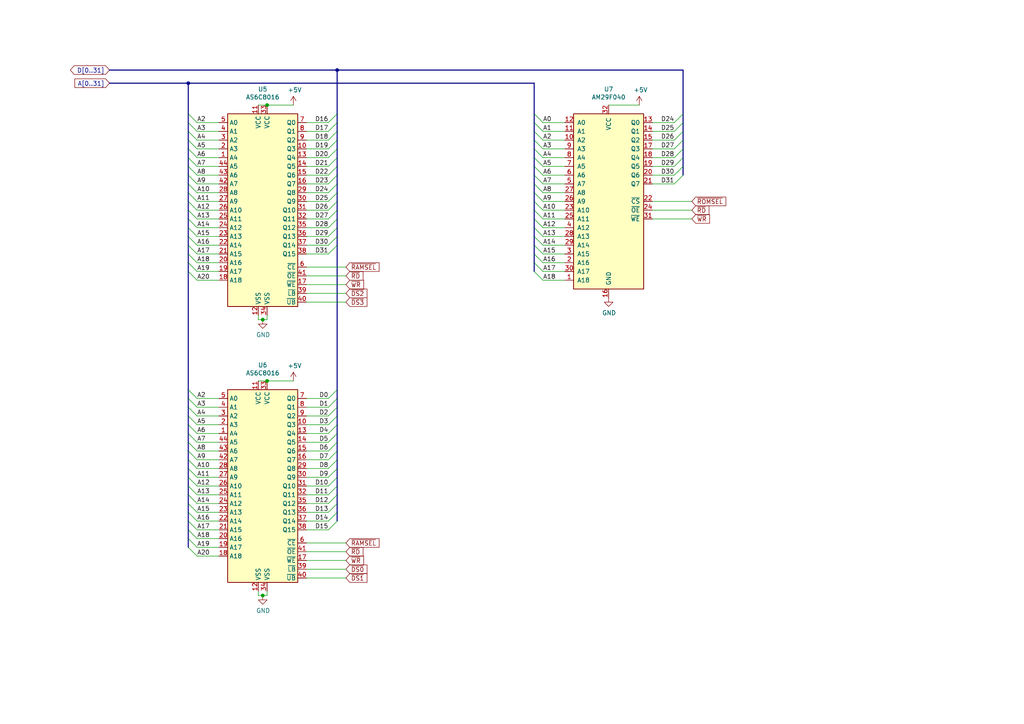
<source format=kicad_sch>
(kicad_sch (version 20231120) (generator "eeschema") (generator_version "8.0")
  (paper "A4")
  (title_block (title "k30-VME32") (rev "1"))
  (lib_symbols
    (symbol "Computie_Memory:AM29F040" (pin_names (offset 1.016))
      (property "Reference" "U" (at 0 0 0))
      (property "Value" "AM29F040" (at 0 2.54 0))
      (symbol "AM29F040_1_1"
        (rectangle (start -10.16 22.86) (end 10.16 -27.94) (stroke (width 0.254)) (fill (type background)))
        (pin input line (at -12.7 -25.4 0) (length 2.54) (name "A18") (number "1"))
        (pin input line (at -12.7 15.24 0) (length 2.54) (name "A2") (number "10"))
        (pin input line (at -12.7 17.78 0) (length 2.54) (name "A1") (number "11"))
        (pin input line (at -12.7 20.32 0) (length 2.54) (name "A0") (number "12"))
        (pin tri_state line (at 12.7 20.32 180) (length 2.54) (name "Q0") (number "13"))
        (pin tri_state line (at 12.7 17.78 180) (length 2.54) (name "Q1") (number "14"))
        (pin tri_state line (at 12.7 15.24 180) (length 2.54) (name "Q2") (number "15"))
        (pin power_in line (at 0 -30.48 90) (length 2.54) (name "GND") (number "16"))
        (pin tri_state line (at 12.7 12.7 180) (length 2.54) (name "Q3") (number "17"))
        (pin tri_state line (at 12.7 10.16 180) (length 2.54) (name "Q4") (number "18"))
        (pin tri_state line (at 12.7 7.62 180) (length 2.54) (name "Q5") (number "19"))
        (pin input line (at -12.7 -20.32 0) (length 2.54) (name "A16") (number "2"))
        (pin tri_state line (at 12.7 5.08 180) (length 2.54) (name "Q6") (number "20"))
        (pin tri_state line (at 12.7 2.54 180) (length 2.54) (name "Q7") (number "21"))
        (pin input line (at 12.7 -2.54 180) (length 2.54) (name "~{CS}") (number "22"))
        (pin input line (at -12.7 -5.08 0) (length 2.54) (name "A10") (number "23"))
        (pin input line (at 12.7 -5.08 180) (length 2.54) (name "~{OE}") (number "24"))
        (pin input line (at -12.7 -7.62 0) (length 2.54) (name "A11") (number "25"))
        (pin input line (at -12.7 -2.54 0) (length 2.54) (name "A9") (number "26"))
        (pin input line (at -12.7 0 0) (length 2.54) (name "A8") (number "27"))
        (pin input line (at -12.7 -12.7 0) (length 2.54) (name "A13") (number "28"))
        (pin input line (at -12.7 -15.24 0) (length 2.54) (name "A14") (number "29"))
        (pin input line (at -12.7 -17.78 0) (length 2.54) (name "A15") (number "3"))
        (pin input line (at -12.7 -22.86 0) (length 2.54) (name "A17") (number "30"))
        (pin input line (at 12.7 -7.62 180) (length 2.54) (name "~{WE}") (number "31"))
        (pin power_in line (at 0 25.4 270) (length 2.54) (name "VCC") (number "32"))
        (pin input line (at -12.7 -10.16 0) (length 2.54) (name "A12") (number "4"))
        (pin input line (at -12.7 2.54 0) (length 2.54) (name "A7") (number "5"))
        (pin input line (at -12.7 5.08 0) (length 2.54) (name "A6") (number "6"))
        (pin input line (at -12.7 7.62 0) (length 2.54) (name "A5") (number "7"))
        (pin input line (at -12.7 10.16 0) (length 2.54) (name "A4") (number "8"))
        (pin input line (at -12.7 12.7 0) (length 2.54) (name "A3") (number "9"))
      )
    )
    (symbol "Computie_Memory:AS6C8016"
      (property "Reference" "U" (at 0 -1.27 0))
      (property "Value" "AS6C8016" (at 0 1.27 0))
      (symbol "AS6C8016_0_0"
        (pin power_in line (at -1.27 27.94 270) (length 2.54) (name "VCC") (number "11"))
        (pin power_in line (at -1.27 -33.02 90) (length 2.54) (name "VSS") (number "12"))
        (pin power_in line (at 1.27 27.94 270) (length 2.54) (name "VCC") (number "33"))
        (pin power_in line (at 1.27 -33.02 90) (length 2.54) (name "VSS") (number "34"))
      )
      (symbol "AS6C8016_0_1"
        (rectangle (start -10.16 25.4) (end 10.16 -30.48) (stroke (width 0.254)) (fill (type background)))
      )
      (symbol "AS6C8016_1_1"
        (pin input line (at -12.7 12.7 0) (length 2.54) (name "A4") (number "1"))
        (pin tri_state line (at 12.7 15.24 180) (length 2.54) (name "Q3") (number "10"))
        (pin tri_state line (at 12.7 12.7 180) (length 2.54) (name "Q4") (number "13"))
        (pin tri_state line (at 12.7 10.16 180) (length 2.54) (name "Q5") (number "14"))
        (pin tri_state line (at 12.7 7.62 180) (length 2.54) (name "Q6") (number "15"))
        (pin tri_state line (at 12.7 5.08 180) (length 2.54) (name "Q7") (number "16"))
        (pin input line (at 12.7 -24.13 180) (length 2.54) (name "~{WE}") (number "17"))
        (pin input line (at -12.7 -22.86 0) (length 2.54) (name "A18") (number "18"))
        (pin input line (at -12.7 -20.32 0) (length 2.54) (name "A17") (number "19"))
        (pin input line (at -12.7 15.24 0) (length 2.54) (name "A3") (number "2"))
        (pin input line (at -12.7 -17.78 0) (length 2.54) (name "A16") (number "20"))
        (pin input line (at -12.7 -15.24 0) (length 2.54) (name "A15") (number "21"))
        (pin input line (at -12.7 -12.7 0) (length 2.54) (name "A14") (number "22"))
        (pin input line (at -12.7 -10.16 0) (length 2.54) (name "A13") (number "23"))
        (pin input line (at -12.7 -7.62 0) (length 2.54) (name "A12") (number "24"))
        (pin input line (at -12.7 -5.08 0) (length 2.54) (name "A11") (number "25"))
        (pin input line (at -12.7 -2.54 0) (length 2.54) (name "A10") (number "26"))
        (pin input line (at -12.7 0 0) (length 2.54) (name "A9") (number "27"))
        (pin input line (at -12.7 2.54 0) (length 2.54) (name "A8") (number "28"))
        (pin tri_state line (at 12.7 2.54 180) (length 2.54) (name "Q8") (number "29"))
        (pin input line (at -12.7 17.78 0) (length 2.54) (name "A2") (number "3"))
        (pin tri_state line (at 12.7 0 180) (length 2.54) (name "Q9") (number "30"))
        (pin tri_state line (at 12.7 -2.54 180) (length 2.54) (name "Q10") (number "31"))
        (pin tri_state line (at 12.7 -5.08 180) (length 2.54) (name "Q11") (number "32"))
        (pin tri_state line (at 12.7 -7.62 180) (length 2.54) (name "Q12") (number "35"))
        (pin tri_state line (at 12.7 -10.16 180) (length 2.54) (name "Q13") (number "36"))
        (pin tri_state line (at 12.7 -12.7 180) (length 2.54) (name "Q14") (number "37"))
        (pin tri_state line (at 12.7 -15.24 180) (length 2.54) (name "Q15") (number "38"))
        (pin input line (at 12.7 -26.67 180) (length 2.54) (name "~{LB}") (number "39"))
        (pin input line (at -12.7 20.32 0) (length 2.54) (name "A1") (number "4"))
        (pin input line (at 12.7 -29.21 180) (length 2.54) (name "~{UB}") (number "40"))
        (pin input line (at 12.7 -21.59 180) (length 2.54) (name "~{OE}") (number "41"))
        (pin input line (at -12.7 5.08 0) (length 2.54) (name "A7") (number "42"))
        (pin input line (at -12.7 7.62 0) (length 2.54) (name "A6") (number "43"))
        (pin input line (at -12.7 10.16 0) (length 2.54) (name "A5") (number "44"))
        (pin input line (at -12.7 22.86 0) (length 2.54) (name "A0") (number "5"))
        (pin input line (at 12.7 -19.05 180) (length 2.54) (name "~{CE}") (number "6"))
        (pin tri_state line (at 12.7 22.86 180) (length 2.54) (name "Q0") (number "7"))
        (pin tri_state line (at 12.7 20.32 180) (length 2.54) (name "Q1") (number "8"))
        (pin tri_state line (at 12.7 17.78 180) (length 2.54) (name "Q2") (number "9"))
      )
    )
    (symbol "power:+5V" (power) (pin_names (offset 0))
      (property "Value" "+5V" (at 0 3.556 0))
      (symbol "+5V_0_1"
        (polyline (pts (xy -0.762 1.27) (xy 0 2.54)))
        (polyline (pts (xy 0 0) (xy 0 2.54)))
        (polyline (pts (xy 0 2.54) (xy 0.762 1.27)))
      )
      (symbol "+5V_1_1"
        (pin power_in line (at 0 0 90) (length 0) hide (name "+5V") (number "1"))
      )
    )
    (symbol "power:GND" (power) (pin_names (offset 0))
      (property "Value" "GND" (at 0 -3.81 0))
      (symbol "GND_0_1"
        (polyline (pts (xy 0 0) (xy 0 -1.27) (xy 1.27 -1.27) (xy 0 -2.54) (xy -1.27 -1.27) (xy 0 -1.27)))
      )
      (symbol "GND_1_1"
        (pin power_in line (at 0 0 270) (length 0) hide (name "GND") (number "1"))
      )
    )
  )
  (junction (at 77.47 110.49))
  (junction (at 54.61 24.13))
  (junction (at 97.79 20.32))
  (junction (at 76.2 92.71))
  (junction (at 76.2 172.72))
  (junction (at 77.47 30.48))
  (bus_entry (at 54.61 43.18) (size 2.54 2.54))
  (bus_entry (at 195.58 40.64) (size 2.54 -2.54))
  (bus_entry (at 154.94 60.96) (size 2.54 2.54))
  (bus_entry (at 95.25 48.26) (size 2.54 -2.54))
  (bus_entry (at 154.94 33.02) (size 2.54 2.54))
  (bus_entry (at 54.61 148.59) (size 2.54 2.54))
  (bus_entry (at 95.25 38.1) (size 2.54 -2.54))
  (bus_entry (at 95.25 71.12) (size 2.54 -2.54))
  (bus_entry (at 54.61 156.21) (size 2.54 2.54))
  (bus_entry (at 154.94 55.88) (size 2.54 2.54))
  (bus_entry (at 95.25 120.65) (size 2.54 -2.54))
  (bus_entry (at 54.61 55.88) (size 2.54 2.54))
  (bus_entry (at 95.25 115.57) (size 2.54 -2.54))
  (bus_entry (at 154.94 45.72) (size 2.54 2.54))
  (bus_entry (at 195.58 45.72) (size 2.54 -2.54))
  (bus_entry (at 95.25 66.04) (size 2.54 -2.54))
  (bus_entry (at 95.25 143.51) (size 2.54 -2.54))
  (bus_entry (at 54.61 158.75) (size 2.54 2.54))
  (bus_entry (at 54.61 120.65) (size 2.54 2.54))
  (bus_entry (at 154.94 38.1) (size 2.54 2.54))
  (bus_entry (at 54.61 128.27) (size 2.54 2.54))
  (bus_entry (at 54.61 45.72) (size 2.54 2.54))
  (bus_entry (at 54.61 140.97) (size 2.54 2.54))
  (bus_entry (at 54.61 40.64) (size 2.54 2.54))
  (bus_entry (at 95.25 63.5) (size 2.54 -2.54))
  (bus_entry (at 154.94 66.04) (size 2.54 2.54))
  (bus_entry (at 154.94 53.34) (size 2.54 2.54))
  (bus_entry (at 54.61 76.2) (size 2.54 2.54))
  (bus_entry (at 54.61 63.5) (size 2.54 2.54))
  (bus_entry (at 95.25 73.66) (size 2.54 -2.54))
  (bus_entry (at 54.61 53.34) (size 2.54 2.54))
  (bus_entry (at 95.25 123.19) (size 2.54 -2.54))
  (bus_entry (at 195.58 48.26) (size 2.54 -2.54))
  (bus_entry (at 95.25 58.42) (size 2.54 -2.54))
  (bus_entry (at 95.25 146.05) (size 2.54 -2.54))
  (bus_entry (at 54.61 153.67) (size 2.54 2.54))
  (bus_entry (at 154.94 76.2) (size 2.54 2.54))
  (bus_entry (at 95.25 125.73) (size 2.54 -2.54))
  (bus_entry (at 95.25 133.35) (size 2.54 -2.54))
  (bus_entry (at 54.61 118.11) (size 2.54 2.54))
  (bus_entry (at 154.94 71.12) (size 2.54 2.54))
  (bus_entry (at 54.61 151.13) (size 2.54 2.54))
  (bus_entry (at 54.61 73.66) (size 2.54 2.54))
  (bus_entry (at 54.61 60.96) (size 2.54 2.54))
  (bus_entry (at 95.25 45.72) (size 2.54 -2.54))
  (bus_entry (at 54.61 113.03) (size 2.54 2.54))
  (bus_entry (at 95.25 40.64) (size 2.54 -2.54))
  (bus_entry (at 154.94 68.58) (size 2.54 2.54))
  (bus_entry (at 54.61 38.1) (size 2.54 2.54))
  (bus_entry (at 95.25 130.81) (size 2.54 -2.54))
  (bus_entry (at 95.25 35.56) (size 2.54 -2.54))
  (bus_entry (at 154.94 58.42) (size 2.54 2.54))
  (bus_entry (at 54.61 35.56) (size 2.54 2.54))
  (bus_entry (at 54.61 78.74) (size 2.54 2.54))
  (bus_entry (at 54.61 33.02) (size 2.54 2.54))
  (bus_entry (at 54.61 123.19) (size 2.54 2.54))
  (bus_entry (at 154.94 73.66) (size 2.54 2.54))
  (bus_entry (at 95.25 140.97) (size 2.54 -2.54))
  (bus_entry (at 54.61 135.89) (size 2.54 2.54))
  (bus_entry (at 154.94 40.64) (size 2.54 2.54))
  (bus_entry (at 154.94 50.8) (size 2.54 2.54))
  (bus_entry (at 54.61 66.04) (size 2.54 2.54))
  (bus_entry (at 154.94 63.5) (size 2.54 2.54))
  (bus_entry (at 95.25 151.13) (size 2.54 -2.54))
  (bus_entry (at 54.61 146.05) (size 2.54 2.54))
  (bus_entry (at 54.61 133.35) (size 2.54 2.54))
  (bus_entry (at 54.61 58.42) (size 2.54 2.54))
  (bus_entry (at 54.61 143.51) (size 2.54 2.54))
  (bus_entry (at 54.61 115.57) (size 2.54 2.54))
  (bus_entry (at 195.58 35.56) (size 2.54 -2.54))
  (bus_entry (at 95.25 60.96) (size 2.54 -2.54))
  (bus_entry (at 54.61 130.81) (size 2.54 2.54))
  (bus_entry (at 95.25 53.34) (size 2.54 -2.54))
  (bus_entry (at 95.25 153.67) (size 2.54 -2.54))
  (bus_entry (at 95.25 43.18) (size 2.54 -2.54))
  (bus_entry (at 195.58 38.1) (size 2.54 -2.54))
  (bus_entry (at 195.58 53.34) (size 2.54 -2.54))
  (bus_entry (at 95.25 118.11) (size 2.54 -2.54))
  (bus_entry (at 95.25 68.58) (size 2.54 -2.54))
  (bus_entry (at 95.25 55.88) (size 2.54 -2.54))
  (bus_entry (at 154.94 78.74) (size 2.54 2.54))
  (bus_entry (at 54.61 125.73) (size 2.54 2.54))
  (bus_entry (at 95.25 128.27) (size 2.54 -2.54))
  (bus_entry (at 195.58 43.18) (size 2.54 -2.54))
  (bus_entry (at 154.94 48.26) (size 2.54 2.54))
  (bus_entry (at 54.61 68.58) (size 2.54 2.54))
  (bus_entry (at 154.94 43.18) (size 2.54 2.54))
  (bus_entry (at 95.25 50.8) (size 2.54 -2.54))
  (bus_entry (at 54.61 50.8) (size 2.54 2.54))
  (bus_entry (at 95.25 138.43) (size 2.54 -2.54))
  (bus_entry (at 195.58 50.8) (size 2.54 -2.54))
  (bus_entry (at 95.25 148.59) (size 2.54 -2.54))
  (bus_entry (at 95.25 135.89) (size 2.54 -2.54))
  (bus_entry (at 54.61 71.12) (size 2.54 2.54))
  (bus_entry (at 154.94 35.56) (size 2.54 2.54))
  (bus_entry (at 54.61 48.26) (size 2.54 2.54))
  (bus_entry (at 54.61 138.43) (size 2.54 2.54))
  (bus (pts (xy 54.61 115.57) (xy 54.61 118.11)))
  (wire (pts (xy 88.9 135.89) (xy 95.25 135.89)))
  (bus (pts (xy 97.79 20.32) (xy 97.79 33.02)))
  (wire (pts (xy 88.9 157.48) (xy 100.33 157.48)))
  (wire (pts (xy 57.15 158.75) (xy 63.5 158.75)))
  (wire (pts (xy 57.15 148.59) (xy 63.5 148.59)))
  (bus (pts (xy 97.79 66.04) (xy 97.79 68.58)))
  (bus (pts (xy 97.79 146.05) (xy 97.79 148.59)))
  (wire (pts (xy 88.9 160.02) (xy 100.33 160.02)))
  (wire (pts (xy 157.48 78.74) (xy 163.83 78.74)))
  (bus (pts (xy 154.94 58.42) (xy 154.94 60.96)))
  (bus (pts (xy 54.61 120.65) (xy 54.61 123.19)))
  (wire (pts (xy 57.15 135.89) (xy 63.5 135.89)))
  (wire (pts (xy 88.9 118.11) (xy 95.25 118.11)))
  (bus (pts (xy 54.61 58.42) (xy 54.61 60.96)))
  (bus (pts (xy 154.94 73.66) (xy 154.94 76.2)))
  (bus (pts (xy 198.12 33.02) (xy 198.12 35.56)))
  (wire (pts (xy 157.48 76.2) (xy 163.83 76.2)))
  (wire (pts (xy 57.15 38.1) (xy 63.5 38.1)))
  (bus (pts (xy 97.79 118.11) (xy 97.79 120.65)))
  (wire (pts (xy 88.9 68.58) (xy 95.25 68.58)))
  (wire (pts (xy 88.9 125.73) (xy 95.25 125.73)))
  (wire (pts (xy 57.15 161.29) (xy 63.5 161.29)))
  (bus (pts (xy 97.79 48.26) (xy 97.79 50.8)))
  (wire (pts (xy 88.9 73.66) (xy 95.25 73.66)))
  (wire (pts (xy 57.15 140.97) (xy 63.5 140.97)))
  (bus (pts (xy 154.94 35.56) (xy 154.94 38.1)))
  (wire (pts (xy 88.9 80.01) (xy 100.33 80.01)))
  (bus (pts (xy 54.61 140.97) (xy 54.61 143.51)))
  (wire (pts (xy 157.48 73.66) (xy 163.83 73.66)))
  (bus (pts (xy 154.94 24.13) (xy 154.94 33.02)))
  (wire (pts (xy 57.15 45.72) (xy 63.5 45.72)))
  (wire (pts (xy 157.48 81.28) (xy 163.83 81.28)))
  (bus (pts (xy 97.79 125.73) (xy 97.79 128.27)))
  (bus (pts (xy 54.61 33.02) (xy 54.61 35.56)))
  (bus (pts (xy 198.12 48.26) (xy 198.12 50.8)))
  (wire (pts (xy 88.9 162.56) (xy 100.33 162.56)))
  (bus (pts (xy 54.61 24.13) (xy 54.61 33.02)))
  (wire (pts (xy 88.9 146.05) (xy 95.25 146.05)))
  (wire (pts (xy 176.53 30.48) (xy 185.42 30.48)))
  (wire (pts (xy 157.48 60.96) (xy 163.83 60.96)))
  (wire (pts (xy 88.9 40.64) (xy 95.25 40.64)))
  (bus (pts (xy 54.61 60.96) (xy 54.61 63.5)))
  (bus (pts (xy 97.79 35.56) (xy 97.79 38.1)))
  (bus (pts (xy 54.61 148.59) (xy 54.61 151.13)))
  (bus (pts (xy 97.79 33.02) (xy 97.79 35.56)))
  (bus (pts (xy 97.79 40.64) (xy 97.79 43.18)))
  (wire (pts (xy 57.15 123.19) (xy 63.5 123.19)))
  (bus (pts (xy 54.61 113.03) (xy 54.61 115.57)))
  (bus (pts (xy 198.12 38.1) (xy 198.12 40.64)))
  (bus (pts (xy 54.61 43.18) (xy 54.61 45.72)))
  (wire (pts (xy 74.93 30.48) (xy 77.47 30.48)))
  (bus (pts (xy 97.79 113.03) (xy 97.79 115.57)))
  (bus (pts (xy 54.61 63.5) (xy 54.61 66.04)))
  (wire (pts (xy 74.93 92.71) (xy 76.2 92.71)))
  (bus (pts (xy 154.94 76.2) (xy 154.94 78.74)))
  (wire (pts (xy 88.9 165.1) (xy 100.33 165.1)))
  (bus (pts (xy 54.61 50.8) (xy 54.61 53.34)))
  (wire (pts (xy 157.48 66.04) (xy 163.83 66.04)))
  (wire (pts (xy 88.9 128.27) (xy 95.25 128.27)))
  (wire (pts (xy 189.23 60.96) (xy 200.66 60.96)))
  (bus (pts (xy 154.94 50.8) (xy 154.94 53.34)))
  (wire (pts (xy 157.48 53.34) (xy 163.83 53.34)))
  (bus (pts (xy 54.61 45.72) (xy 54.61 48.26)))
  (wire (pts (xy 57.15 156.21) (xy 63.5 156.21)))
  (bus (pts (xy 97.79 63.5) (xy 97.79 66.04)))
  (wire (pts (xy 76.2 92.71) (xy 77.47 92.71)))
  (bus (pts (xy 54.61 66.04) (xy 54.61 68.58)))
  (bus (pts (xy 154.94 66.04) (xy 154.94 68.58)))
  (wire (pts (xy 57.15 120.65) (xy 63.5 120.65)))
  (wire (pts (xy 88.9 151.13) (xy 95.25 151.13)))
  (wire (pts (xy 77.47 92.71) (xy 77.47 91.44)))
  (bus (pts (xy 154.94 38.1) (xy 154.94 40.64)))
  (wire (pts (xy 88.9 167.64) (xy 100.33 167.64)))
  (bus (pts (xy 54.61 24.13) (xy 31.75 24.13)))
  (bus (pts (xy 54.61 128.27) (xy 54.61 130.81)))
  (wire (pts (xy 189.23 48.26) (xy 195.58 48.26)))
  (bus (pts (xy 54.61 38.1) (xy 54.61 40.64)))
  (wire (pts (xy 88.9 85.09) (xy 100.33 85.09)))
  (bus (pts (xy 97.79 55.88) (xy 97.79 58.42)))
  (wire (pts (xy 88.9 66.04) (xy 95.25 66.04)))
  (bus (pts (xy 97.79 71.12) (xy 97.79 113.03)))
  (bus (pts (xy 54.61 151.13) (xy 54.61 153.67)))
  (wire (pts (xy 88.9 71.12) (xy 95.25 71.12)))
  (bus (pts (xy 54.61 133.35) (xy 54.61 135.89)))
  (wire (pts (xy 88.9 82.55) (xy 100.33 82.55)))
  (bus (pts (xy 54.61 125.73) (xy 54.61 128.27)))
  (wire (pts (xy 57.15 81.28) (xy 63.5 81.28)))
  (wire (pts (xy 189.23 50.8) (xy 195.58 50.8)))
  (wire (pts (xy 157.48 35.56) (xy 163.83 35.56)))
  (wire (pts (xy 88.9 43.18) (xy 95.25 43.18)))
  (wire (pts (xy 57.15 66.04) (xy 63.5 66.04)))
  (wire (pts (xy 88.9 53.34) (xy 95.25 53.34)))
  (bus (pts (xy 97.79 140.97) (xy 97.79 143.51)))
  (bus (pts (xy 97.79 38.1) (xy 97.79 40.64)))
  (wire (pts (xy 57.15 151.13) (xy 63.5 151.13)))
  (bus (pts (xy 154.94 33.02) (xy 154.94 35.56)))
  (wire (pts (xy 57.15 78.74) (xy 63.5 78.74)))
  (bus (pts (xy 154.94 53.34) (xy 154.94 55.88)))
  (bus (pts (xy 54.61 35.56) (xy 54.61 38.1)))
  (wire (pts (xy 88.9 115.57) (xy 95.25 115.57)))
  (wire (pts (xy 74.93 171.45) (xy 74.93 172.72)))
  (wire (pts (xy 57.15 143.51) (xy 63.5 143.51)))
  (bus (pts (xy 97.79 143.51) (xy 97.79 146.05)))
  (wire (pts (xy 57.15 55.88) (xy 63.5 55.88)))
  (wire (pts (xy 88.9 63.5) (xy 95.25 63.5)))
  (bus (pts (xy 97.79 148.59) (xy 97.79 151.13)))
  (wire (pts (xy 88.9 48.26) (xy 95.25 48.26)))
  (wire (pts (xy 157.48 43.18) (xy 163.83 43.18)))
  (bus (pts (xy 97.79 50.8) (xy 97.79 53.34)))
  (bus (pts (xy 97.79 53.34) (xy 97.79 55.88)))
  (bus (pts (xy 54.61 40.64) (xy 54.61 43.18)))
  (wire (pts (xy 77.47 110.49) (xy 85.09 110.49)))
  (bus (pts (xy 198.12 40.64) (xy 198.12 43.18)))
  (wire (pts (xy 157.48 50.8) (xy 163.83 50.8)))
  (wire (pts (xy 88.9 138.43) (xy 95.25 138.43)))
  (wire (pts (xy 74.93 110.49) (xy 77.47 110.49)))
  (wire (pts (xy 57.15 60.96) (xy 63.5 60.96)))
  (wire (pts (xy 77.47 30.48) (xy 85.09 30.48)))
  (bus (pts (xy 54.61 153.67) (xy 54.61 156.21)))
  (bus (pts (xy 154.94 24.13) (xy 54.61 24.13)))
  (wire (pts (xy 88.9 58.42) (xy 95.25 58.42)))
  (bus (pts (xy 97.79 120.65) (xy 97.79 123.19)))
  (bus (pts (xy 54.61 123.19) (xy 54.61 125.73)))
  (bus (pts (xy 54.61 138.43) (xy 54.61 140.97)))
  (bus (pts (xy 97.79 133.35) (xy 97.79 135.89)))
  (wire (pts (xy 88.9 50.8) (xy 95.25 50.8)))
  (bus (pts (xy 154.94 40.64) (xy 154.94 43.18)))
  (bus (pts (xy 54.61 118.11) (xy 54.61 120.65)))
  (wire (pts (xy 157.48 55.88) (xy 163.83 55.88)))
  (bus (pts (xy 154.94 55.88) (xy 154.94 58.42)))
  (wire (pts (xy 88.9 60.96) (xy 95.25 60.96)))
  (wire (pts (xy 57.15 63.5) (xy 63.5 63.5)))
  (wire (pts (xy 57.15 138.43) (xy 63.5 138.43)))
  (bus (pts (xy 97.79 123.19) (xy 97.79 125.73)))
  (wire (pts (xy 57.15 43.18) (xy 63.5 43.18)))
  (wire (pts (xy 157.48 48.26) (xy 163.83 48.26)))
  (bus (pts (xy 54.61 71.12) (xy 54.61 73.66)))
  (wire (pts (xy 88.9 143.51) (xy 95.25 143.51)))
  (wire (pts (xy 189.23 35.56) (xy 195.58 35.56)))
  (wire (pts (xy 57.15 71.12) (xy 63.5 71.12)))
  (wire (pts (xy 57.15 35.56) (xy 63.5 35.56)))
  (bus (pts (xy 97.79 58.42) (xy 97.79 60.96)))
  (bus (pts (xy 54.61 130.81) (xy 54.61 133.35)))
  (wire (pts (xy 157.48 38.1) (xy 163.83 38.1)))
  (wire (pts (xy 88.9 38.1) (xy 95.25 38.1)))
  (wire (pts (xy 57.15 125.73) (xy 63.5 125.73)))
  (bus (pts (xy 198.12 45.72) (xy 198.12 48.26)))
  (bus (pts (xy 198.12 43.18) (xy 198.12 45.72)))
  (bus (pts (xy 54.61 146.05) (xy 54.61 148.59)))
  (bus (pts (xy 54.61 76.2) (xy 54.61 78.74)))
  (wire (pts (xy 57.15 76.2) (xy 63.5 76.2)))
  (wire (pts (xy 76.2 172.72) (xy 77.47 172.72)))
  (wire (pts (xy 57.15 128.27) (xy 63.5 128.27)))
  (wire (pts (xy 57.15 58.42) (xy 63.5 58.42)))
  (bus (pts (xy 54.61 143.51) (xy 54.61 146.05)))
  (wire (pts (xy 57.15 146.05) (xy 63.5 146.05)))
  (bus (pts (xy 54.61 53.34) (xy 54.61 55.88)))
  (bus (pts (xy 154.94 43.18) (xy 154.94 45.72)))
  (wire (pts (xy 189.23 45.72) (xy 195.58 45.72)))
  (bus (pts (xy 97.79 128.27) (xy 97.79 130.81)))
  (bus (pts (xy 97.79 43.18) (xy 97.79 45.72)))
  (bus (pts (xy 97.79 115.57) (xy 97.79 118.11)))
  (wire (pts (xy 77.47 172.72) (xy 77.47 171.45)))
  (wire (pts (xy 189.23 43.18) (xy 195.58 43.18)))
  (wire (pts (xy 57.15 133.35) (xy 63.5 133.35)))
  (wire (pts (xy 57.15 115.57) (xy 63.5 115.57)))
  (wire (pts (xy 88.9 153.67) (xy 95.25 153.67)))
  (wire (pts (xy 189.23 53.34) (xy 195.58 53.34)))
  (wire (pts (xy 88.9 123.19) (xy 95.25 123.19)))
  (bus (pts (xy 154.94 71.12) (xy 154.94 73.66)))
  (bus (pts (xy 198.12 35.56) (xy 198.12 38.1)))
  (bus (pts (xy 97.79 138.43) (xy 97.79 140.97)))
  (bus (pts (xy 54.61 156.21) (xy 54.61 158.75)))
  (wire (pts (xy 157.48 45.72) (xy 163.83 45.72)))
  (bus (pts (xy 97.79 60.96) (xy 97.79 63.5)))
  (wire (pts (xy 74.93 172.72) (xy 76.2 172.72)))
  (wire (pts (xy 57.15 68.58) (xy 63.5 68.58)))
  (wire (pts (xy 88.9 45.72) (xy 95.25 45.72)))
  (wire (pts (xy 189.23 38.1) (xy 195.58 38.1)))
  (wire (pts (xy 88.9 130.81) (xy 95.25 130.81)))
  (bus (pts (xy 54.61 68.58) (xy 54.61 71.12)))
  (wire (pts (xy 88.9 55.88) (xy 95.25 55.88)))
  (wire (pts (xy 157.48 58.42) (xy 163.83 58.42)))
  (wire (pts (xy 157.48 68.58) (xy 163.83 68.58)))
  (wire (pts (xy 57.15 130.81) (xy 63.5 130.81)))
  (wire (pts (xy 74.93 91.44) (xy 74.93 92.71)))
  (bus (pts (xy 97.79 135.89) (xy 97.79 138.43)))
  (bus (pts (xy 154.94 63.5) (xy 154.94 66.04)))
  (wire (pts (xy 88.9 140.97) (xy 95.25 140.97)))
  (bus (pts (xy 97.79 68.58) (xy 97.79 71.12)))
  (wire (pts (xy 57.15 40.64) (xy 63.5 40.64)))
  (wire (pts (xy 57.15 118.11) (xy 63.5 118.11)))
  (wire (pts (xy 57.15 73.66) (xy 63.5 73.66)))
  (wire (pts (xy 157.48 71.12) (xy 163.83 71.12)))
  (bus (pts (xy 154.94 45.72) (xy 154.94 48.26)))
  (bus (pts (xy 54.61 55.88) (xy 54.61 58.42)))
  (bus (pts (xy 97.79 130.81) (xy 97.79 133.35)))
  (wire (pts (xy 189.23 40.64) (xy 195.58 40.64)))
  (wire (pts (xy 88.9 35.56) (xy 95.25 35.56)))
  (wire (pts (xy 157.48 63.5) (xy 163.83 63.5)))
  (bus (pts (xy 97.79 20.32) (xy 31.75 20.32)))
  (wire (pts (xy 57.15 153.67) (xy 63.5 153.67)))
  (wire (pts (xy 157.48 40.64) (xy 163.83 40.64)))
  (wire (pts (xy 88.9 87.63) (xy 100.33 87.63)))
  (bus (pts (xy 97.79 45.72) (xy 97.79 48.26)))
  (wire (pts (xy 88.9 77.47) (xy 100.33 77.47)))
  (wire (pts (xy 88.9 120.65) (xy 95.25 120.65)))
  (wire (pts (xy 88.9 148.59) (xy 95.25 148.59)))
  (bus (pts (xy 154.94 60.96) (xy 154.94 63.5)))
  (bus (pts (xy 154.94 68.58) (xy 154.94 71.12)))
  (bus (pts (xy 54.61 78.74) (xy 54.61 113.03)))
  (wire (pts (xy 57.15 48.26) (xy 63.5 48.26)))
  (bus (pts (xy 198.12 20.32) (xy 97.79 20.32)))
  (wire (pts (xy 57.15 53.34) (xy 63.5 53.34)))
  (bus (pts (xy 54.61 48.26) (xy 54.61 50.8)))
  (bus (pts (xy 54.61 135.89) (xy 54.61 138.43)))
  (bus (pts (xy 198.12 20.32) (xy 198.12 33.02)))
  (bus (pts (xy 154.94 48.26) (xy 154.94 50.8)))
  (bus (pts (xy 54.61 73.66) (xy 54.61 76.2)))
  (wire (pts (xy 57.15 50.8) (xy 63.5 50.8)))
  (wire (pts (xy 88.9 133.35) (xy 95.25 133.35)))
  (wire (pts (xy 189.23 63.5) (xy 200.66 63.5)))
  (wire (pts (xy 189.23 58.42) (xy 200.66 58.42)))
  (label "D10" (at 95.25 140.97 180))
  (label "A5" (at 157.48 48.26 0))
  (label "A5" (at 57.15 123.19 0))
  (label "A8" (at 57.15 50.8 0))
  (label "A18" (at 57.15 76.2 0))
  (label "A10" (at 57.15 55.88 0))
  (label "A17" (at 157.48 78.74 0))
  (label "D24" (at 95.25 55.88 180))
  (label "D5" (at 95.25 128.27 180))
  (label "A20" (at 57.15 161.29 0))
  (label "D4" (at 95.25 125.73 180))
  (label "A7" (at 157.48 53.34 0))
  (label "A3" (at 57.15 38.1 0))
  (label "D6" (at 95.25 130.81 180))
  (label "D13" (at 95.25 148.59 180))
  (label "D25" (at 195.58 38.1 180))
  (label "A14" (at 57.15 66.04 0))
  (label "A3" (at 57.15 118.11 0))
  (label "D7" (at 95.25 133.35 180))
  (label "D9" (at 95.25 138.43 180))
  (label "D22" (at 95.25 50.8 180))
  (label "A11" (at 57.15 58.42 0))
  (label "D24" (at 195.58 35.56 180))
  (label "A1" (at 157.48 38.1 0))
  (label "D15" (at 95.25 153.67 180))
  (label "A15" (at 57.15 148.59 0))
  (label "A2" (at 57.15 35.56 0))
  (label "D17" (at 95.25 38.1 180))
  (label "A16" (at 157.48 76.2 0))
  (label "A15" (at 157.48 73.66 0))
  (label "D31" (at 95.25 73.66 180))
  (label "A15" (at 57.15 68.58 0))
  (label "D3" (at 95.25 123.19 180))
  (label "A2" (at 157.48 40.64 0))
  (label "A11" (at 157.48 63.5 0))
  (label "A11" (at 57.15 138.43 0))
  (label "A14" (at 57.15 146.05 0))
  (label "A12" (at 57.15 140.97 0))
  (label "A17" (at 57.15 73.66 0))
  (label "D29" (at 95.25 68.58 180))
  (label "A0" (at 157.48 35.56 0))
  (label "D27" (at 195.58 43.18 180))
  (label "A10" (at 57.15 135.89 0))
  (label "D28" (at 195.58 45.72 180))
  (label "A14" (at 157.48 71.12 0))
  (label "D0" (at 95.25 115.57 180))
  (label "D21" (at 95.25 48.26 180))
  (label "A7" (at 57.15 48.26 0))
  (label "D8" (at 95.25 135.89 180))
  (label "A13" (at 157.48 68.58 0))
  (label "A12" (at 157.48 66.04 0))
  (label "D28" (at 95.25 66.04 180))
  (label "A4" (at 57.15 40.64 0))
  (label "A8" (at 57.15 130.81 0))
  (label "D31" (at 195.58 53.34 180))
  (label "D18" (at 95.25 40.64 180))
  (label "A7" (at 57.15 128.27 0))
  (label "D14" (at 95.25 151.13 180))
  (label "D11" (at 95.25 143.51 180))
  (label "A18" (at 157.48 81.28 0))
  (label "A10" (at 157.48 60.96 0))
  (label "D2" (at 95.25 120.65 180))
  (label "A4" (at 157.48 45.72 0))
  (label "A9" (at 57.15 53.34 0))
  (label "D23" (at 95.25 53.34 180))
  (label "D26" (at 195.58 40.64 180))
  (label "A20" (at 57.15 81.28 0))
  (label "D1" (at 95.25 118.11 180))
  (label "A13" (at 57.15 63.5 0))
  (label "A16" (at 57.15 151.13 0))
  (label "A19" (at 57.15 78.74 0))
  (label "D16" (at 95.25 35.56 180))
  (label "D20" (at 95.25 45.72 180))
  (label "A19" (at 57.15 158.75 0))
  (label "D19" (at 95.25 43.18 180))
  (label "A3" (at 157.48 43.18 0))
  (label "A9" (at 157.48 58.42 0))
  (label "D30" (at 95.25 71.12 180))
  (label "A16" (at 57.15 71.12 0))
  (label "A6" (at 57.15 125.73 0))
  (label "A6" (at 157.48 50.8 0))
  (label "A5" (at 57.15 43.18 0))
  (label "D30" (at 195.58 50.8 180))
  (label "A4" (at 57.15 120.65 0))
  (label "A17" (at 57.15 153.67 0))
  (label "A12" (at 57.15 60.96 0))
  (label "A6" (at 57.15 45.72 0))
  (label "A8" (at 157.48 55.88 0))
  (label "A2" (at 57.15 115.57 0))
  (label "D12" (at 95.25 146.05 180))
  (label "A18" (at 57.15 156.21 0))
  (label "D26" (at 95.25 60.96 180))
  (label "A13" (at 57.15 143.51 0))
  (label "D25" (at 95.25 58.42 180))
  (label "D29" (at 195.58 48.26 180))
  (label "D27" (at 95.25 63.5 180))
  (label "A9" (at 57.15 133.35 0))
  (global_label "~{WR}" (shape input) (at 100.33 82.55 0) (property "Intersheetrefs" "${INTERSHEET_REFS}" (effects (hide yes))))
  (global_label "~{WR}" (shape input) (at 100.33 162.56 0) (property "Intersheetrefs" "${INTERSHEET_REFS}" (effects (hide yes))))
  (global_label "~{RD}" (shape input) (at 200.66 60.96 0) (property "Intersheetrefs" "${INTERSHEET_REFS}" (effects (hide yes))))
  (global_label "~{DS2}" (shape input) (at 100.33 85.09 0) (property "Intersheetrefs" "${INTERSHEET_REFS}" (effects (hide yes))))
  (global_label "~{ROMSEL}" (shape input) (at 200.66 58.42 0) (property "Intersheetrefs" "${INTERSHEET_REFS}" (effects (hide yes))))
  (global_label "~{DS0}" (shape input) (at 100.33 165.1 0) (property "Intersheetrefs" "${INTERSHEET_REFS}" (effects (hide yes))))
  (global_label "~{RAMSEL}" (shape input) (at 100.33 157.48 0) (property "Intersheetrefs" "${INTERSHEET_REFS}" (effects (hide yes))))
  (global_label "~{RD}" (shape input) (at 100.33 160.02 0) (property "Intersheetrefs" "${INTERSHEET_REFS}" (effects (hide yes))))
  (global_label "~{DS3}" (shape input) (at 100.33 87.63 0) (property "Intersheetrefs" "${INTERSHEET_REFS}" (effects (hide yes))))
  (global_label "~{RAMSEL}" (shape input) (at 100.33 77.47 0) (property "Intersheetrefs" "${INTERSHEET_REFS}" (effects (hide yes))))
  (global_label "~{DS1}" (shape input) (at 100.33 167.64 0) (property "Intersheetrefs" "${INTERSHEET_REFS}" (effects (hide yes))))
  (global_label "A[0..31]" (shape input) (at 31.75 24.13 180) (property "Intersheetrefs" "${INTERSHEET_REFS}" (effects (hide yes))))
  (global_label "D[0..31]" (shape bidirectional) (at 31.75 20.32 180) (property "Intersheetrefs" "${INTERSHEET_REFS}" (effects (hide yes))))
  (global_label "~{RD}" (shape input) (at 100.33 80.01 0) (property "Intersheetrefs" "${INTERSHEET_REFS}" (effects (hide yes))))
  (global_label "~{WR}" (shape input) (at 200.66 63.5 0) (property "Intersheetrefs" "${INTERSHEET_REFS}" (effects (hide yes))))
  (symbol (lib_id "Computie_Memory:AS6C8016") (at 76.2 58.42 0) (unit 1)
    (property "Reference" "U5" (at 76.2 25.8826 0))
    (property "Value" "AS6C8016" (at 76.2 28.194 0))
    (property "Footprint" "Package_SO:TSOP-II-44_10.16x18.41mm_P0.8mm" (effects (hide yes)))
    (property "Datasheet" "http://www.futurlec.com/Datasheet/Memory/628528.pdf" (effects (hide yes)))
    (instances (project "IVC-k30" (path "" (reference "U5") (unit 1))) (project "k30-SBC" (path "" (reference "U14") (unit 1))))
  )
  (symbol (lib_id "Computie_Memory:AS6C8016") (at 76.2 138.43 0) (unit 1)
    (property "Reference" "U6" (at 76.2 105.8926 0))
    (property "Value" "AS6C8016" (at 76.2 108.204 0))
    (property "Footprint" "Package_SO:TSOP-II-44_10.16x18.41mm_P0.8mm" (effects (hide yes)))
    (property "Datasheet" "http://www.futurlec.com/Datasheet/Memory/628528.pdf" (effects (hide yes)))
    (instances (project "IVC-k30" (path "" (reference "U6") (unit 1))) (project "k30-SBC" (path "" (reference "U15") (unit 1))))
  )
  (symbol (lib_id "power:+5V") (at 85.09 30.48 0) (unit 1)
    (property "Reference" "#PWR022" (effects (hide yes)))
    (property "Value" "+5V" (at 85.471 26.0858 0))
    (instances (project "IVC-k30" (path "" (reference "#PWR022") (unit 1))) (project "k30-SBC" (path "" (reference "#PWR034") (unit 1))))
  )
  (symbol (lib_id "power:GND") (at 76.2 92.71 0) (unit 1)
    (property "Reference" "#PWR020" (effects (hide yes)))
    (property "Value" "GND" (at 76.327 97.1042 0))
    (instances (project "IVC-k30" (path "" (reference "#PWR020") (unit 1))) (project "k30-SBC" (path "" (reference "#PWR032") (unit 1))))
  )
  (symbol (lib_id "power:GND") (at 76.2 172.72 0) (unit 1)
    (property "Reference" "#PWR021" (effects (hide yes)))
    (property "Value" "GND" (at 76.327 177.1142 0))
    (instances (project "IVC-k30" (path "" (reference "#PWR021") (unit 1))) (project "k30-SBC" (path "" (reference "#PWR033") (unit 1))))
  )
  (symbol (lib_id "power:+5V") (at 85.09 110.49 0) (unit 1)
    (property "Reference" "#PWR023" (effects (hide yes)))
    (property "Value" "+5V" (at 85.471 106.0958 0))
    (instances (project "IVC-k30" (path "" (reference "#PWR023") (unit 1))) (project "k30-SBC" (path "" (reference "#PWR035") (unit 1))))
  )
  (symbol (lib_id "Computie_Memory:AM29F040") (at 176.53 55.88 0) (unit 1)
    (property "Reference" "U7" (at 176.53 25.8826 0))
    (property "Value" "AM29F040" (at 176.53 28.194 0))
    (property "Footprint" "Package_LCC:PLCC-32_THT-Socket" (effects (hide yes)))
    (instances (project "IVC-k30" (path "" (reference "U7") (unit 1))) (project "k30-SBC" (path "" (reference "U16") (unit 1))))
  )
  (symbol (lib_id "power:+5V") (at 185.42 30.48 0) (unit 1)
    (property "Reference" "#PWR025" (effects (hide yes)))
    (property "Value" "+5V" (at 185.801 26.0858 0))
    (instances (project "IVC-k30" (path "" (reference "#PWR025") (unit 1))) (project "k30-SBC" (path "" (reference "#PWR037") (unit 1))))
  )
  (symbol (lib_id "power:GND") (at 176.53 86.36 0) (unit 1)
    (property "Reference" "#PWR024" (effects (hide yes)))
    (property "Value" "GND" (at 176.657 90.7542 0))
    (instances (project "IVC-k30" (path "" (reference "#PWR024") (unit 1))) (project "k30-SBC" (path "" (reference "#PWR036") (unit 1))))
  )
)
</source>
